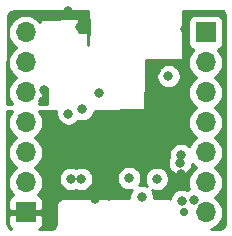
<source format=gbr>
%TF.GenerationSoftware,KiCad,Pcbnew,(5.1.2)-2*%
%TF.CreationDate,2021-03-02T00:01:01+01:00*%
%TF.ProjectId,NRF52_Basic,4e524635-325f-4426-9173-69632e6b6963,V1*%
%TF.SameCoordinates,Original*%
%TF.FileFunction,Copper,L2,Inr*%
%TF.FilePolarity,Positive*%
%FSLAX46Y46*%
G04 Gerber Fmt 4.6, Leading zero omitted, Abs format (unit mm)*
G04 Created by KiCad (PCBNEW (5.1.2)-2) date 2021-03-02 00:01:01*
%MOMM*%
%LPD*%
G04 APERTURE LIST*
%TA.AperFunction,ViaPad*%
%ADD10O,1.700000X1.700000*%
%TD*%
%TA.AperFunction,ViaPad*%
%ADD11R,1.700000X1.700000*%
%TD*%
%TA.AperFunction,ViaPad*%
%ADD12C,0.700000*%
%TD*%
%TA.AperFunction,ViaPad*%
%ADD13C,0.800000*%
%TD*%
%TA.AperFunction,Conductor*%
%ADD14C,0.254000*%
%TD*%
G04 APERTURE END LIST*
D10*
%TO.N,VDD*%
%TO.C,J1*%
X152379680Y-90525600D03*
%TO.N,0.07_CTS*%
X152379680Y-87985600D03*
%TO.N,0.08_RX*%
X152379680Y-85445600D03*
%TO.N,SWO*%
X152379680Y-82905600D03*
%TO.N,RESET_0.21*%
X152379680Y-80365600D03*
%TO.N,SWDCLK*%
X152379680Y-77825600D03*
D11*
%TO.N,SWDIO*%
X152379680Y-75285600D03*
%TD*%
D10*
%TO.N,0.27*%
%TO.C,J2*%
X137139680Y-75285600D03*
%TO.N,0.28*%
X137139680Y-77825600D03*
%TO.N,0.29*%
X137139680Y-80365600D03*
%TO.N,0.30*%
X137139680Y-82905600D03*
%TO.N,0.05_RTS*%
X137139680Y-85445600D03*
%TO.N,0.06_TX*%
X137139680Y-87985600D03*
D11*
%TO.N,VSS*%
X137139680Y-90525600D03*
%TD*%
D12*
%TO.N,VSS*%
X146370040Y-83418680D03*
X139496800Y-90545920D03*
D13*
X143037560Y-89372440D03*
X144221200Y-89164160D03*
X140665200Y-86431120D03*
X150266400Y-87320120D03*
X150632160Y-74996040D03*
X140660120Y-83860640D03*
X138653520Y-81097120D03*
X138658600Y-80152240D03*
X140761720Y-73446640D03*
X141752320Y-74863960D03*
X148209000Y-78602840D03*
%TO.N,SWDIO*%
X149235160Y-78999080D03*
D12*
%TO.N,VDD*%
X150555960Y-90505280D03*
D13*
X151384000Y-89468960D03*
X150388320Y-89555320D03*
X140985240Y-87696040D03*
X141823440Y-87701120D03*
X150210520Y-86349840D03*
X150301960Y-85689440D03*
X143393160Y-80421480D03*
%TO.N,0.28*%
X140756640Y-82163920D03*
%TO.N,0.27*%
X141955520Y-81782920D03*
%TO.N,0.08_RX*%
X148244560Y-87701120D03*
%TO.N,0.06_TX*%
X146969480Y-89230200D03*
%TO.N,0.05_RTS*%
X145902680Y-87630000D03*
%TD*%
D14*
%TO.N,VSS*%
G36*
X153671928Y-73452660D02*
G01*
X153761815Y-73478936D01*
X153844887Y-73522172D01*
X153917975Y-73580716D01*
X153978302Y-73652345D01*
X154023568Y-73734329D01*
X154052047Y-73823538D01*
X154065825Y-73944376D01*
X154020193Y-91404781D01*
X154008660Y-91534128D01*
X153982383Y-91624016D01*
X153939149Y-91707086D01*
X153880602Y-91780176D01*
X153808975Y-91840502D01*
X153726990Y-91885769D01*
X153637782Y-91914247D01*
X153516179Y-91928112D01*
X152868530Y-91929129D01*
X152950714Y-91904199D01*
X153208694Y-91766306D01*
X153434814Y-91580734D01*
X153620386Y-91354614D01*
X153758279Y-91096634D01*
X153843193Y-90816711D01*
X153871865Y-90525600D01*
X153843193Y-90234489D01*
X153758279Y-89954566D01*
X153620386Y-89696586D01*
X153434814Y-89470466D01*
X153208694Y-89284894D01*
X153153889Y-89255600D01*
X153208694Y-89226306D01*
X153434814Y-89040734D01*
X153620386Y-88814614D01*
X153758279Y-88556634D01*
X153843193Y-88276711D01*
X153871865Y-87985600D01*
X153843193Y-87694489D01*
X153758279Y-87414566D01*
X153620386Y-87156586D01*
X153434814Y-86930466D01*
X153208694Y-86744894D01*
X153153889Y-86715600D01*
X153208694Y-86686306D01*
X153434814Y-86500734D01*
X153620386Y-86274614D01*
X153758279Y-86016634D01*
X153843193Y-85736711D01*
X153871865Y-85445600D01*
X153843193Y-85154489D01*
X153758279Y-84874566D01*
X153620386Y-84616586D01*
X153434814Y-84390466D01*
X153208694Y-84204894D01*
X153153889Y-84175600D01*
X153208694Y-84146306D01*
X153434814Y-83960734D01*
X153620386Y-83734614D01*
X153758279Y-83476634D01*
X153843193Y-83196711D01*
X153871865Y-82905600D01*
X153843193Y-82614489D01*
X153758279Y-82334566D01*
X153620386Y-82076586D01*
X153434814Y-81850466D01*
X153208694Y-81664894D01*
X153153889Y-81635600D01*
X153208694Y-81606306D01*
X153434814Y-81420734D01*
X153620386Y-81194614D01*
X153758279Y-80936634D01*
X153843193Y-80656711D01*
X153871865Y-80365600D01*
X153843193Y-80074489D01*
X153758279Y-79794566D01*
X153620386Y-79536586D01*
X153434814Y-79310466D01*
X153208694Y-79124894D01*
X153153889Y-79095600D01*
X153208694Y-79066306D01*
X153434814Y-78880734D01*
X153620386Y-78654614D01*
X153758279Y-78396634D01*
X153843193Y-78116711D01*
X153871865Y-77825600D01*
X153843193Y-77534489D01*
X153758279Y-77254566D01*
X153620386Y-76996586D01*
X153434814Y-76770466D01*
X153404993Y-76745993D01*
X153473860Y-76725102D01*
X153584174Y-76666137D01*
X153680865Y-76586785D01*
X153760217Y-76490094D01*
X153819182Y-76379780D01*
X153855492Y-76260082D01*
X153867752Y-76135600D01*
X153867752Y-74435600D01*
X153855492Y-74311118D01*
X153819182Y-74191420D01*
X153760217Y-74081106D01*
X153680865Y-73984415D01*
X153584174Y-73905063D01*
X153473860Y-73846098D01*
X153354162Y-73809788D01*
X153229680Y-73797528D01*
X151529680Y-73797528D01*
X151405198Y-73809788D01*
X151285500Y-73846098D01*
X151175186Y-73905063D01*
X151078495Y-73984415D01*
X150999143Y-74081106D01*
X150940178Y-74191420D01*
X150903868Y-74311118D01*
X150891608Y-74435600D01*
X150891608Y-76135600D01*
X150903868Y-76260082D01*
X150940178Y-76379780D01*
X150999143Y-76490094D01*
X151078495Y-76586785D01*
X151175186Y-76666137D01*
X151285500Y-76725102D01*
X151354367Y-76745993D01*
X151324546Y-76770466D01*
X151138974Y-76996586D01*
X151001081Y-77254566D01*
X150916167Y-77534489D01*
X150887495Y-77825600D01*
X150916167Y-78116711D01*
X151001081Y-78396634D01*
X151138974Y-78654614D01*
X151324546Y-78880734D01*
X151550666Y-79066306D01*
X151605471Y-79095600D01*
X151550666Y-79124894D01*
X151324546Y-79310466D01*
X151138974Y-79536586D01*
X151001081Y-79794566D01*
X150916167Y-80074489D01*
X150887495Y-80365600D01*
X150916167Y-80656711D01*
X151001081Y-80936634D01*
X151138974Y-81194614D01*
X151324546Y-81420734D01*
X151550666Y-81606306D01*
X151605471Y-81635600D01*
X151550666Y-81664894D01*
X151324546Y-81850466D01*
X151138974Y-82076586D01*
X151001081Y-82334566D01*
X150916167Y-82614489D01*
X150887495Y-82905600D01*
X150916167Y-83196711D01*
X151001081Y-83476634D01*
X151138974Y-83734614D01*
X151324546Y-83960734D01*
X151550666Y-84146306D01*
X151605471Y-84175600D01*
X151550666Y-84204894D01*
X151324546Y-84390466D01*
X151138974Y-84616586D01*
X151001081Y-84874566D01*
X150989378Y-84913147D01*
X150961734Y-84885503D01*
X150792216Y-84772235D01*
X150603858Y-84694214D01*
X150403899Y-84654440D01*
X150200021Y-84654440D01*
X150000062Y-84694214D01*
X149811704Y-84772235D01*
X149642186Y-84885503D01*
X149498023Y-85029666D01*
X149384755Y-85199184D01*
X149306734Y-85387542D01*
X149266960Y-85587501D01*
X149266960Y-85791379D01*
X149284675Y-85880441D01*
X149215294Y-86047942D01*
X149175520Y-86247901D01*
X149175520Y-86451779D01*
X149215294Y-86651738D01*
X149293315Y-86840096D01*
X149406583Y-87009614D01*
X149550746Y-87153777D01*
X149720264Y-87267045D01*
X149908622Y-87345066D01*
X150108581Y-87384840D01*
X150312459Y-87384840D01*
X150512418Y-87345066D01*
X150700776Y-87267045D01*
X150870294Y-87153777D01*
X151014457Y-87009614D01*
X151127725Y-86840096D01*
X151205746Y-86651738D01*
X151245520Y-86451779D01*
X151245520Y-86404441D01*
X151324546Y-86500734D01*
X151550666Y-86686306D01*
X151605471Y-86715600D01*
X151550666Y-86744894D01*
X151324546Y-86930466D01*
X151138974Y-87156586D01*
X151001081Y-87414566D01*
X150916167Y-87694489D01*
X150887495Y-87985600D01*
X150916167Y-88276711D01*
X150987785Y-88512802D01*
X150893744Y-88551755D01*
X150808153Y-88608945D01*
X150690218Y-88560094D01*
X150490259Y-88520320D01*
X150286381Y-88520320D01*
X150086422Y-88560094D01*
X149898064Y-88638115D01*
X149728546Y-88751383D01*
X149584383Y-88895546D01*
X149471115Y-89065064D01*
X149393094Y-89253422D01*
X149371687Y-89361044D01*
X149332912Y-89349724D01*
X149274990Y-89331969D01*
X149270556Y-89331519D01*
X149266277Y-89330270D01*
X149205934Y-89324965D01*
X149178054Y-89322137D01*
X149173623Y-89322124D01*
X149136769Y-89318884D01*
X149108790Y-89321936D01*
X148004480Y-89318731D01*
X148004480Y-89128261D01*
X147964706Y-88928302D01*
X147886685Y-88739944D01*
X147824984Y-88647602D01*
X147942662Y-88696346D01*
X148142621Y-88736120D01*
X148346499Y-88736120D01*
X148546458Y-88696346D01*
X148734816Y-88618325D01*
X148904334Y-88505057D01*
X149048497Y-88360894D01*
X149161765Y-88191376D01*
X149239786Y-88003018D01*
X149279560Y-87803059D01*
X149279560Y-87599181D01*
X149239786Y-87399222D01*
X149161765Y-87210864D01*
X149048497Y-87041346D01*
X148904334Y-86897183D01*
X148734816Y-86783915D01*
X148546458Y-86705894D01*
X148346499Y-86666120D01*
X148142621Y-86666120D01*
X147942662Y-86705894D01*
X147754304Y-86783915D01*
X147584786Y-86897183D01*
X147440623Y-87041346D01*
X147327355Y-87210864D01*
X147249334Y-87399222D01*
X147209560Y-87599181D01*
X147209560Y-87803059D01*
X147249334Y-88003018D01*
X147327355Y-88191376D01*
X147389056Y-88283718D01*
X147271378Y-88234974D01*
X147071419Y-88195200D01*
X146867541Y-88195200D01*
X146754829Y-88217620D01*
X146819885Y-88120256D01*
X146897906Y-87931898D01*
X146937680Y-87731939D01*
X146937680Y-87528061D01*
X146897906Y-87328102D01*
X146819885Y-87139744D01*
X146706617Y-86970226D01*
X146562454Y-86826063D01*
X146392936Y-86712795D01*
X146204578Y-86634774D01*
X146004619Y-86595000D01*
X145800741Y-86595000D01*
X145600782Y-86634774D01*
X145412424Y-86712795D01*
X145242906Y-86826063D01*
X145098743Y-86970226D01*
X144985475Y-87139744D01*
X144907454Y-87328102D01*
X144867680Y-87528061D01*
X144867680Y-87731939D01*
X144907454Y-87931898D01*
X144985475Y-88120256D01*
X145098743Y-88289774D01*
X145242906Y-88433937D01*
X145412424Y-88547205D01*
X145600782Y-88625226D01*
X145800741Y-88665000D01*
X146004619Y-88665000D01*
X146117331Y-88642580D01*
X146052275Y-88739944D01*
X145974254Y-88928302D01*
X145934480Y-89128261D01*
X145934480Y-89312724D01*
X140420831Y-89296724D01*
X140384017Y-89293483D01*
X140323731Y-89300051D01*
X140263386Y-89305818D01*
X140259163Y-89307086D01*
X140254773Y-89307564D01*
X140196898Y-89325777D01*
X140138867Y-89343197D01*
X140134971Y-89345265D01*
X140130760Y-89346590D01*
X140077555Y-89375740D01*
X140024032Y-89404149D01*
X140020615Y-89406936D01*
X140016743Y-89409058D01*
X139970251Y-89448026D01*
X139923295Y-89486334D01*
X139920487Y-89489736D01*
X139917104Y-89492571D01*
X139879124Y-89539839D01*
X139840527Y-89586592D01*
X139838436Y-89590477D01*
X139835672Y-89593917D01*
X139807637Y-89647698D01*
X139778910Y-89701071D01*
X139777618Y-89705287D01*
X139775577Y-89709202D01*
X139758567Y-89767438D01*
X139740809Y-89825371D01*
X139740364Y-89829757D01*
X139739126Y-89833996D01*
X139733806Y-89894418D01*
X139727690Y-89954716D01*
X139731206Y-89991504D01*
X139745772Y-91398895D01*
X139734620Y-91523968D01*
X139708343Y-91613856D01*
X139665109Y-91696926D01*
X139606562Y-91770016D01*
X139534935Y-91830342D01*
X139452950Y-91875609D01*
X139363742Y-91904087D01*
X139241853Y-91917985D01*
X138316512Y-91920923D01*
X138344174Y-91906137D01*
X138440865Y-91826785D01*
X138520217Y-91730094D01*
X138579182Y-91619780D01*
X138615492Y-91500082D01*
X138627752Y-91375600D01*
X138624680Y-90811350D01*
X138465930Y-90652600D01*
X137266680Y-90652600D01*
X137266680Y-90672600D01*
X137012680Y-90672600D01*
X137012680Y-90652600D01*
X135813430Y-90652600D01*
X135654680Y-90811350D01*
X135651608Y-91375600D01*
X135663868Y-91500082D01*
X135700178Y-91619780D01*
X135759143Y-91730094D01*
X135838495Y-91826785D01*
X135935186Y-91906137D01*
X135943272Y-91910459D01*
X135874474Y-91890347D01*
X135791404Y-91847113D01*
X135718314Y-91788566D01*
X135657988Y-91716939D01*
X135612721Y-91634954D01*
X135584243Y-91545746D01*
X135570471Y-91424958D01*
X135598010Y-81967552D01*
X135990488Y-81965076D01*
X135898974Y-82076586D01*
X135761081Y-82334566D01*
X135676167Y-82614489D01*
X135647495Y-82905600D01*
X135676167Y-83196711D01*
X135761081Y-83476634D01*
X135898974Y-83734614D01*
X136084546Y-83960734D01*
X136310666Y-84146306D01*
X136365471Y-84175600D01*
X136310666Y-84204894D01*
X136084546Y-84390466D01*
X135898974Y-84616586D01*
X135761081Y-84874566D01*
X135676167Y-85154489D01*
X135647495Y-85445600D01*
X135676167Y-85736711D01*
X135761081Y-86016634D01*
X135898974Y-86274614D01*
X136084546Y-86500734D01*
X136310666Y-86686306D01*
X136365471Y-86715600D01*
X136310666Y-86744894D01*
X136084546Y-86930466D01*
X135898974Y-87156586D01*
X135761081Y-87414566D01*
X135676167Y-87694489D01*
X135647495Y-87985600D01*
X135676167Y-88276711D01*
X135761081Y-88556634D01*
X135898974Y-88814614D01*
X136084546Y-89040734D01*
X136114367Y-89065207D01*
X136045500Y-89086098D01*
X135935186Y-89145063D01*
X135838495Y-89224415D01*
X135759143Y-89321106D01*
X135700178Y-89431420D01*
X135663868Y-89551118D01*
X135651608Y-89675600D01*
X135654680Y-90239850D01*
X135813430Y-90398600D01*
X137012680Y-90398600D01*
X137012680Y-90378600D01*
X137266680Y-90378600D01*
X137266680Y-90398600D01*
X138465930Y-90398600D01*
X138624680Y-90239850D01*
X138627752Y-89675600D01*
X138615492Y-89551118D01*
X138579182Y-89431420D01*
X138520217Y-89321106D01*
X138440865Y-89224415D01*
X138344174Y-89145063D01*
X138233860Y-89086098D01*
X138164993Y-89065207D01*
X138194814Y-89040734D01*
X138380386Y-88814614D01*
X138518279Y-88556634D01*
X138603193Y-88276711D01*
X138631865Y-87985600D01*
X138603193Y-87694489D01*
X138572741Y-87594101D01*
X139950240Y-87594101D01*
X139950240Y-87797979D01*
X139990014Y-87997938D01*
X140068035Y-88186296D01*
X140181303Y-88355814D01*
X140325466Y-88499977D01*
X140494984Y-88613245D01*
X140683342Y-88691266D01*
X140883301Y-88731040D01*
X141087179Y-88731040D01*
X141287138Y-88691266D01*
X141398208Y-88645259D01*
X141521542Y-88696346D01*
X141721501Y-88736120D01*
X141925379Y-88736120D01*
X142125338Y-88696346D01*
X142313696Y-88618325D01*
X142483214Y-88505057D01*
X142627377Y-88360894D01*
X142740645Y-88191376D01*
X142818666Y-88003018D01*
X142858440Y-87803059D01*
X142858440Y-87599181D01*
X142818666Y-87399222D01*
X142740645Y-87210864D01*
X142627377Y-87041346D01*
X142483214Y-86897183D01*
X142313696Y-86783915D01*
X142125338Y-86705894D01*
X141925379Y-86666120D01*
X141721501Y-86666120D01*
X141521542Y-86705894D01*
X141410472Y-86751901D01*
X141287138Y-86700814D01*
X141087179Y-86661040D01*
X140883301Y-86661040D01*
X140683342Y-86700814D01*
X140494984Y-86778835D01*
X140325466Y-86892103D01*
X140181303Y-87036266D01*
X140068035Y-87205784D01*
X139990014Y-87394142D01*
X139950240Y-87594101D01*
X138572741Y-87594101D01*
X138518279Y-87414566D01*
X138380386Y-87156586D01*
X138194814Y-86930466D01*
X137968694Y-86744894D01*
X137913889Y-86715600D01*
X137968694Y-86686306D01*
X138194814Y-86500734D01*
X138380386Y-86274614D01*
X138518279Y-86016634D01*
X138603193Y-85736711D01*
X138631865Y-85445600D01*
X138603193Y-85154489D01*
X138518279Y-84874566D01*
X138380386Y-84616586D01*
X138194814Y-84390466D01*
X137968694Y-84204894D01*
X137913889Y-84175600D01*
X137968694Y-84146306D01*
X138194814Y-83960734D01*
X138380386Y-83734614D01*
X138518279Y-83476634D01*
X138603193Y-83196711D01*
X138631865Y-82905600D01*
X138603193Y-82614489D01*
X138518279Y-82334566D01*
X138380386Y-82076586D01*
X138277038Y-81950656D01*
X139745626Y-81941394D01*
X139721640Y-82061981D01*
X139721640Y-82265859D01*
X139761414Y-82465818D01*
X139839435Y-82654176D01*
X139952703Y-82823694D01*
X140096866Y-82967857D01*
X140266384Y-83081125D01*
X140454742Y-83159146D01*
X140654701Y-83198920D01*
X140858579Y-83198920D01*
X141058538Y-83159146D01*
X141246896Y-83081125D01*
X141416414Y-82967857D01*
X141560577Y-82823694D01*
X141604583Y-82757833D01*
X141653622Y-82778146D01*
X141853581Y-82817920D01*
X142057459Y-82817920D01*
X142257418Y-82778146D01*
X142445776Y-82700125D01*
X142615294Y-82586857D01*
X142759457Y-82442694D01*
X142872725Y-82273176D01*
X142950746Y-82084818D01*
X142983336Y-81920975D01*
X147153161Y-81894677D01*
X147177922Y-81892081D01*
X147201700Y-81884704D01*
X147223582Y-81872830D01*
X147242727Y-81856914D01*
X147258400Y-81837570D01*
X147269997Y-81815540D01*
X147277074Y-81791670D01*
X147279334Y-81770238D01*
X147337204Y-78897141D01*
X148200160Y-78897141D01*
X148200160Y-79101019D01*
X148239934Y-79300978D01*
X148317955Y-79489336D01*
X148431223Y-79658854D01*
X148575386Y-79803017D01*
X148744904Y-79916285D01*
X148933262Y-79994306D01*
X149133221Y-80034080D01*
X149337099Y-80034080D01*
X149537058Y-79994306D01*
X149725416Y-79916285D01*
X149894934Y-79803017D01*
X150039097Y-79658854D01*
X150152365Y-79489336D01*
X150230386Y-79300978D01*
X150270160Y-79101019D01*
X150270160Y-78897141D01*
X150230386Y-78697182D01*
X150152365Y-78508824D01*
X150039097Y-78339306D01*
X149894934Y-78195143D01*
X149725416Y-78081875D01*
X149537058Y-78003854D01*
X149337099Y-77964080D01*
X149133221Y-77964080D01*
X148933262Y-78003854D01*
X148744904Y-78081875D01*
X148575386Y-78195143D01*
X148431223Y-78339306D01*
X148317955Y-78508824D01*
X148239934Y-78697182D01*
X148200160Y-78897141D01*
X147337204Y-78897141D01*
X147363169Y-77608093D01*
X150298471Y-77630016D01*
X150323265Y-77627761D01*
X150347143Y-77620712D01*
X150369187Y-77609141D01*
X150388549Y-77593491D01*
X150404487Y-77574364D01*
X150416386Y-77552496D01*
X150423791Y-77528726D01*
X150426412Y-77504465D01*
X150472469Y-73455628D01*
X153544977Y-73441340D01*
X153671928Y-73452660D01*
X153671928Y-73452660D01*
G37*
X153671928Y-73452660D02*
X153761815Y-73478936D01*
X153844887Y-73522172D01*
X153917975Y-73580716D01*
X153978302Y-73652345D01*
X154023568Y-73734329D01*
X154052047Y-73823538D01*
X154065825Y-73944376D01*
X154020193Y-91404781D01*
X154008660Y-91534128D01*
X153982383Y-91624016D01*
X153939149Y-91707086D01*
X153880602Y-91780176D01*
X153808975Y-91840502D01*
X153726990Y-91885769D01*
X153637782Y-91914247D01*
X153516179Y-91928112D01*
X152868530Y-91929129D01*
X152950714Y-91904199D01*
X153208694Y-91766306D01*
X153434814Y-91580734D01*
X153620386Y-91354614D01*
X153758279Y-91096634D01*
X153843193Y-90816711D01*
X153871865Y-90525600D01*
X153843193Y-90234489D01*
X153758279Y-89954566D01*
X153620386Y-89696586D01*
X153434814Y-89470466D01*
X153208694Y-89284894D01*
X153153889Y-89255600D01*
X153208694Y-89226306D01*
X153434814Y-89040734D01*
X153620386Y-88814614D01*
X153758279Y-88556634D01*
X153843193Y-88276711D01*
X153871865Y-87985600D01*
X153843193Y-87694489D01*
X153758279Y-87414566D01*
X153620386Y-87156586D01*
X153434814Y-86930466D01*
X153208694Y-86744894D01*
X153153889Y-86715600D01*
X153208694Y-86686306D01*
X153434814Y-86500734D01*
X153620386Y-86274614D01*
X153758279Y-86016634D01*
X153843193Y-85736711D01*
X153871865Y-85445600D01*
X153843193Y-85154489D01*
X153758279Y-84874566D01*
X153620386Y-84616586D01*
X153434814Y-84390466D01*
X153208694Y-84204894D01*
X153153889Y-84175600D01*
X153208694Y-84146306D01*
X153434814Y-83960734D01*
X153620386Y-83734614D01*
X153758279Y-83476634D01*
X153843193Y-83196711D01*
X153871865Y-82905600D01*
X153843193Y-82614489D01*
X153758279Y-82334566D01*
X153620386Y-82076586D01*
X153434814Y-81850466D01*
X153208694Y-81664894D01*
X153153889Y-81635600D01*
X153208694Y-81606306D01*
X153434814Y-81420734D01*
X153620386Y-81194614D01*
X153758279Y-80936634D01*
X153843193Y-80656711D01*
X153871865Y-80365600D01*
X153843193Y-80074489D01*
X153758279Y-79794566D01*
X153620386Y-79536586D01*
X153434814Y-79310466D01*
X153208694Y-79124894D01*
X153153889Y-79095600D01*
X153208694Y-79066306D01*
X153434814Y-78880734D01*
X153620386Y-78654614D01*
X153758279Y-78396634D01*
X153843193Y-78116711D01*
X153871865Y-77825600D01*
X153843193Y-77534489D01*
X153758279Y-77254566D01*
X153620386Y-76996586D01*
X153434814Y-76770466D01*
X153404993Y-76745993D01*
X153473860Y-76725102D01*
X153584174Y-76666137D01*
X153680865Y-76586785D01*
X153760217Y-76490094D01*
X153819182Y-76379780D01*
X153855492Y-76260082D01*
X153867752Y-76135600D01*
X153867752Y-74435600D01*
X153855492Y-74311118D01*
X153819182Y-74191420D01*
X153760217Y-74081106D01*
X153680865Y-73984415D01*
X153584174Y-73905063D01*
X153473860Y-73846098D01*
X153354162Y-73809788D01*
X153229680Y-73797528D01*
X151529680Y-73797528D01*
X151405198Y-73809788D01*
X151285500Y-73846098D01*
X151175186Y-73905063D01*
X151078495Y-73984415D01*
X150999143Y-74081106D01*
X150940178Y-74191420D01*
X150903868Y-74311118D01*
X150891608Y-74435600D01*
X150891608Y-76135600D01*
X150903868Y-76260082D01*
X150940178Y-76379780D01*
X150999143Y-76490094D01*
X151078495Y-76586785D01*
X151175186Y-76666137D01*
X151285500Y-76725102D01*
X151354367Y-76745993D01*
X151324546Y-76770466D01*
X151138974Y-76996586D01*
X151001081Y-77254566D01*
X150916167Y-77534489D01*
X150887495Y-77825600D01*
X150916167Y-78116711D01*
X151001081Y-78396634D01*
X151138974Y-78654614D01*
X151324546Y-78880734D01*
X151550666Y-79066306D01*
X151605471Y-79095600D01*
X151550666Y-79124894D01*
X151324546Y-79310466D01*
X151138974Y-79536586D01*
X151001081Y-79794566D01*
X150916167Y-80074489D01*
X150887495Y-80365600D01*
X150916167Y-80656711D01*
X151001081Y-80936634D01*
X151138974Y-81194614D01*
X151324546Y-81420734D01*
X151550666Y-81606306D01*
X151605471Y-81635600D01*
X151550666Y-81664894D01*
X151324546Y-81850466D01*
X151138974Y-82076586D01*
X151001081Y-82334566D01*
X150916167Y-82614489D01*
X150887495Y-82905600D01*
X150916167Y-83196711D01*
X151001081Y-83476634D01*
X151138974Y-83734614D01*
X151324546Y-83960734D01*
X151550666Y-84146306D01*
X151605471Y-84175600D01*
X151550666Y-84204894D01*
X151324546Y-84390466D01*
X151138974Y-84616586D01*
X151001081Y-84874566D01*
X150989378Y-84913147D01*
X150961734Y-84885503D01*
X150792216Y-84772235D01*
X150603858Y-84694214D01*
X150403899Y-84654440D01*
X150200021Y-84654440D01*
X150000062Y-84694214D01*
X149811704Y-84772235D01*
X149642186Y-84885503D01*
X149498023Y-85029666D01*
X149384755Y-85199184D01*
X149306734Y-85387542D01*
X149266960Y-85587501D01*
X149266960Y-85791379D01*
X149284675Y-85880441D01*
X149215294Y-86047942D01*
X149175520Y-86247901D01*
X149175520Y-86451779D01*
X149215294Y-86651738D01*
X149293315Y-86840096D01*
X149406583Y-87009614D01*
X149550746Y-87153777D01*
X149720264Y-87267045D01*
X149908622Y-87345066D01*
X150108581Y-87384840D01*
X150312459Y-87384840D01*
X150512418Y-87345066D01*
X150700776Y-87267045D01*
X150870294Y-87153777D01*
X151014457Y-87009614D01*
X151127725Y-86840096D01*
X151205746Y-86651738D01*
X151245520Y-86451779D01*
X151245520Y-86404441D01*
X151324546Y-86500734D01*
X151550666Y-86686306D01*
X151605471Y-86715600D01*
X151550666Y-86744894D01*
X151324546Y-86930466D01*
X151138974Y-87156586D01*
X151001081Y-87414566D01*
X150916167Y-87694489D01*
X150887495Y-87985600D01*
X150916167Y-88276711D01*
X150987785Y-88512802D01*
X150893744Y-88551755D01*
X150808153Y-88608945D01*
X150690218Y-88560094D01*
X150490259Y-88520320D01*
X150286381Y-88520320D01*
X150086422Y-88560094D01*
X149898064Y-88638115D01*
X149728546Y-88751383D01*
X149584383Y-88895546D01*
X149471115Y-89065064D01*
X149393094Y-89253422D01*
X149371687Y-89361044D01*
X149332912Y-89349724D01*
X149274990Y-89331969D01*
X149270556Y-89331519D01*
X149266277Y-89330270D01*
X149205934Y-89324965D01*
X149178054Y-89322137D01*
X149173623Y-89322124D01*
X149136769Y-89318884D01*
X149108790Y-89321936D01*
X148004480Y-89318731D01*
X148004480Y-89128261D01*
X147964706Y-88928302D01*
X147886685Y-88739944D01*
X147824984Y-88647602D01*
X147942662Y-88696346D01*
X148142621Y-88736120D01*
X148346499Y-88736120D01*
X148546458Y-88696346D01*
X148734816Y-88618325D01*
X148904334Y-88505057D01*
X149048497Y-88360894D01*
X149161765Y-88191376D01*
X149239786Y-88003018D01*
X149279560Y-87803059D01*
X149279560Y-87599181D01*
X149239786Y-87399222D01*
X149161765Y-87210864D01*
X149048497Y-87041346D01*
X148904334Y-86897183D01*
X148734816Y-86783915D01*
X148546458Y-86705894D01*
X148346499Y-86666120D01*
X148142621Y-86666120D01*
X147942662Y-86705894D01*
X147754304Y-86783915D01*
X147584786Y-86897183D01*
X147440623Y-87041346D01*
X147327355Y-87210864D01*
X147249334Y-87399222D01*
X147209560Y-87599181D01*
X147209560Y-87803059D01*
X147249334Y-88003018D01*
X147327355Y-88191376D01*
X147389056Y-88283718D01*
X147271378Y-88234974D01*
X147071419Y-88195200D01*
X146867541Y-88195200D01*
X146754829Y-88217620D01*
X146819885Y-88120256D01*
X146897906Y-87931898D01*
X146937680Y-87731939D01*
X146937680Y-87528061D01*
X146897906Y-87328102D01*
X146819885Y-87139744D01*
X146706617Y-86970226D01*
X146562454Y-86826063D01*
X146392936Y-86712795D01*
X146204578Y-86634774D01*
X146004619Y-86595000D01*
X145800741Y-86595000D01*
X145600782Y-86634774D01*
X145412424Y-86712795D01*
X145242906Y-86826063D01*
X145098743Y-86970226D01*
X144985475Y-87139744D01*
X144907454Y-87328102D01*
X144867680Y-87528061D01*
X144867680Y-87731939D01*
X144907454Y-87931898D01*
X144985475Y-88120256D01*
X145098743Y-88289774D01*
X145242906Y-88433937D01*
X145412424Y-88547205D01*
X145600782Y-88625226D01*
X145800741Y-88665000D01*
X146004619Y-88665000D01*
X146117331Y-88642580D01*
X146052275Y-88739944D01*
X145974254Y-88928302D01*
X145934480Y-89128261D01*
X145934480Y-89312724D01*
X140420831Y-89296724D01*
X140384017Y-89293483D01*
X140323731Y-89300051D01*
X140263386Y-89305818D01*
X140259163Y-89307086D01*
X140254773Y-89307564D01*
X140196898Y-89325777D01*
X140138867Y-89343197D01*
X140134971Y-89345265D01*
X140130760Y-89346590D01*
X140077555Y-89375740D01*
X140024032Y-89404149D01*
X140020615Y-89406936D01*
X140016743Y-89409058D01*
X139970251Y-89448026D01*
X139923295Y-89486334D01*
X139920487Y-89489736D01*
X139917104Y-89492571D01*
X139879124Y-89539839D01*
X139840527Y-89586592D01*
X139838436Y-89590477D01*
X139835672Y-89593917D01*
X139807637Y-89647698D01*
X139778910Y-89701071D01*
X139777618Y-89705287D01*
X139775577Y-89709202D01*
X139758567Y-89767438D01*
X139740809Y-89825371D01*
X139740364Y-89829757D01*
X139739126Y-89833996D01*
X139733806Y-89894418D01*
X139727690Y-89954716D01*
X139731206Y-89991504D01*
X139745772Y-91398895D01*
X139734620Y-91523968D01*
X139708343Y-91613856D01*
X139665109Y-91696926D01*
X139606562Y-91770016D01*
X139534935Y-91830342D01*
X139452950Y-91875609D01*
X139363742Y-91904087D01*
X139241853Y-91917985D01*
X138316512Y-91920923D01*
X138344174Y-91906137D01*
X138440865Y-91826785D01*
X138520217Y-91730094D01*
X138579182Y-91619780D01*
X138615492Y-91500082D01*
X138627752Y-91375600D01*
X138624680Y-90811350D01*
X138465930Y-90652600D01*
X137266680Y-90652600D01*
X137266680Y-90672600D01*
X137012680Y-90672600D01*
X137012680Y-90652600D01*
X135813430Y-90652600D01*
X135654680Y-90811350D01*
X135651608Y-91375600D01*
X135663868Y-91500082D01*
X135700178Y-91619780D01*
X135759143Y-91730094D01*
X135838495Y-91826785D01*
X135935186Y-91906137D01*
X135943272Y-91910459D01*
X135874474Y-91890347D01*
X135791404Y-91847113D01*
X135718314Y-91788566D01*
X135657988Y-91716939D01*
X135612721Y-91634954D01*
X135584243Y-91545746D01*
X135570471Y-91424958D01*
X135598010Y-81967552D01*
X135990488Y-81965076D01*
X135898974Y-82076586D01*
X135761081Y-82334566D01*
X135676167Y-82614489D01*
X135647495Y-82905600D01*
X135676167Y-83196711D01*
X135761081Y-83476634D01*
X135898974Y-83734614D01*
X136084546Y-83960734D01*
X136310666Y-84146306D01*
X136365471Y-84175600D01*
X136310666Y-84204894D01*
X136084546Y-84390466D01*
X135898974Y-84616586D01*
X135761081Y-84874566D01*
X135676167Y-85154489D01*
X135647495Y-85445600D01*
X135676167Y-85736711D01*
X135761081Y-86016634D01*
X135898974Y-86274614D01*
X136084546Y-86500734D01*
X136310666Y-86686306D01*
X136365471Y-86715600D01*
X136310666Y-86744894D01*
X136084546Y-86930466D01*
X135898974Y-87156586D01*
X135761081Y-87414566D01*
X135676167Y-87694489D01*
X135647495Y-87985600D01*
X135676167Y-88276711D01*
X135761081Y-88556634D01*
X135898974Y-88814614D01*
X136084546Y-89040734D01*
X136114367Y-89065207D01*
X136045500Y-89086098D01*
X135935186Y-89145063D01*
X135838495Y-89224415D01*
X135759143Y-89321106D01*
X135700178Y-89431420D01*
X135663868Y-89551118D01*
X135651608Y-89675600D01*
X135654680Y-90239850D01*
X135813430Y-90398600D01*
X137012680Y-90398600D01*
X137012680Y-90378600D01*
X137266680Y-90378600D01*
X137266680Y-90398600D01*
X138465930Y-90398600D01*
X138624680Y-90239850D01*
X138627752Y-89675600D01*
X138615492Y-89551118D01*
X138579182Y-89431420D01*
X138520217Y-89321106D01*
X138440865Y-89224415D01*
X138344174Y-89145063D01*
X138233860Y-89086098D01*
X138164993Y-89065207D01*
X138194814Y-89040734D01*
X138380386Y-88814614D01*
X138518279Y-88556634D01*
X138603193Y-88276711D01*
X138631865Y-87985600D01*
X138603193Y-87694489D01*
X138572741Y-87594101D01*
X139950240Y-87594101D01*
X139950240Y-87797979D01*
X139990014Y-87997938D01*
X140068035Y-88186296D01*
X140181303Y-88355814D01*
X140325466Y-88499977D01*
X140494984Y-88613245D01*
X140683342Y-88691266D01*
X140883301Y-88731040D01*
X141087179Y-88731040D01*
X141287138Y-88691266D01*
X141398208Y-88645259D01*
X141521542Y-88696346D01*
X141721501Y-88736120D01*
X141925379Y-88736120D01*
X142125338Y-88696346D01*
X142313696Y-88618325D01*
X142483214Y-88505057D01*
X142627377Y-88360894D01*
X142740645Y-88191376D01*
X142818666Y-88003018D01*
X142858440Y-87803059D01*
X142858440Y-87599181D01*
X142818666Y-87399222D01*
X142740645Y-87210864D01*
X142627377Y-87041346D01*
X142483214Y-86897183D01*
X142313696Y-86783915D01*
X142125338Y-86705894D01*
X141925379Y-86666120D01*
X141721501Y-86666120D01*
X141521542Y-86705894D01*
X141410472Y-86751901D01*
X141287138Y-86700814D01*
X141087179Y-86661040D01*
X140883301Y-86661040D01*
X140683342Y-86700814D01*
X140494984Y-86778835D01*
X140325466Y-86892103D01*
X140181303Y-87036266D01*
X140068035Y-87205784D01*
X139990014Y-87394142D01*
X139950240Y-87594101D01*
X138572741Y-87594101D01*
X138518279Y-87414566D01*
X138380386Y-87156586D01*
X138194814Y-86930466D01*
X137968694Y-86744894D01*
X137913889Y-86715600D01*
X137968694Y-86686306D01*
X138194814Y-86500734D01*
X138380386Y-86274614D01*
X138518279Y-86016634D01*
X138603193Y-85736711D01*
X138631865Y-85445600D01*
X138603193Y-85154489D01*
X138518279Y-84874566D01*
X138380386Y-84616586D01*
X138194814Y-84390466D01*
X137968694Y-84204894D01*
X137913889Y-84175600D01*
X137968694Y-84146306D01*
X138194814Y-83960734D01*
X138380386Y-83734614D01*
X138518279Y-83476634D01*
X138603193Y-83196711D01*
X138631865Y-82905600D01*
X138603193Y-82614489D01*
X138518279Y-82334566D01*
X138380386Y-82076586D01*
X138277038Y-81950656D01*
X139745626Y-81941394D01*
X139721640Y-82061981D01*
X139721640Y-82265859D01*
X139761414Y-82465818D01*
X139839435Y-82654176D01*
X139952703Y-82823694D01*
X140096866Y-82967857D01*
X140266384Y-83081125D01*
X140454742Y-83159146D01*
X140654701Y-83198920D01*
X140858579Y-83198920D01*
X141058538Y-83159146D01*
X141246896Y-83081125D01*
X141416414Y-82967857D01*
X141560577Y-82823694D01*
X141604583Y-82757833D01*
X141653622Y-82778146D01*
X141853581Y-82817920D01*
X142057459Y-82817920D01*
X142257418Y-82778146D01*
X142445776Y-82700125D01*
X142615294Y-82586857D01*
X142759457Y-82442694D01*
X142872725Y-82273176D01*
X142950746Y-82084818D01*
X142983336Y-81920975D01*
X147153161Y-81894677D01*
X147177922Y-81892081D01*
X147201700Y-81884704D01*
X147223582Y-81872830D01*
X147242727Y-81856914D01*
X147258400Y-81837570D01*
X147269997Y-81815540D01*
X147277074Y-81791670D01*
X147279334Y-81770238D01*
X147337204Y-78897141D01*
X148200160Y-78897141D01*
X148200160Y-79101019D01*
X148239934Y-79300978D01*
X148317955Y-79489336D01*
X148431223Y-79658854D01*
X148575386Y-79803017D01*
X148744904Y-79916285D01*
X148933262Y-79994306D01*
X149133221Y-80034080D01*
X149337099Y-80034080D01*
X149537058Y-79994306D01*
X149725416Y-79916285D01*
X149894934Y-79803017D01*
X150039097Y-79658854D01*
X150152365Y-79489336D01*
X150230386Y-79300978D01*
X150270160Y-79101019D01*
X150270160Y-78897141D01*
X150230386Y-78697182D01*
X150152365Y-78508824D01*
X150039097Y-78339306D01*
X149894934Y-78195143D01*
X149725416Y-78081875D01*
X149537058Y-78003854D01*
X149337099Y-77964080D01*
X149133221Y-77964080D01*
X148933262Y-78003854D01*
X148744904Y-78081875D01*
X148575386Y-78195143D01*
X148431223Y-78339306D01*
X148317955Y-78508824D01*
X148239934Y-78697182D01*
X148200160Y-78897141D01*
X147337204Y-78897141D01*
X147363169Y-77608093D01*
X150298471Y-77630016D01*
X150323265Y-77627761D01*
X150347143Y-77620712D01*
X150369187Y-77609141D01*
X150388549Y-77593491D01*
X150404487Y-77574364D01*
X150416386Y-77552496D01*
X150423791Y-77528726D01*
X150426412Y-77504465D01*
X150472469Y-73455628D01*
X153544977Y-73441340D01*
X153671928Y-73452660D01*
G36*
X142498864Y-74728021D02*
G01*
X142419952Y-76322046D01*
X142407629Y-75385529D01*
X142404863Y-75360787D01*
X142397323Y-75337060D01*
X142385299Y-75315259D01*
X142369253Y-75296224D01*
X142349802Y-75280684D01*
X142327693Y-75269238D01*
X142303776Y-75262325D01*
X142286640Y-75260342D01*
X141658032Y-75230611D01*
X141676099Y-74241439D01*
X141674111Y-74216622D01*
X141667321Y-74192670D01*
X141655988Y-74170503D01*
X141640548Y-74150972D01*
X141621594Y-74134829D01*
X141599855Y-74122694D01*
X141576167Y-74115034D01*
X141548275Y-74112123D01*
X138495195Y-74132443D01*
X138470435Y-74135048D01*
X138446659Y-74142433D01*
X138424781Y-74154315D01*
X138405642Y-74170237D01*
X138389976Y-74189587D01*
X138378386Y-74211621D01*
X138371318Y-74235493D01*
X138369073Y-74256541D01*
X138364936Y-74437760D01*
X138194814Y-74230466D01*
X137968694Y-74044894D01*
X137710714Y-73907001D01*
X137430791Y-73822087D01*
X137212630Y-73800600D01*
X137066730Y-73800600D01*
X136848569Y-73822087D01*
X136568646Y-73907001D01*
X136310666Y-74044894D01*
X136084546Y-74230466D01*
X135898974Y-74456586D01*
X135761081Y-74714566D01*
X135676167Y-74994489D01*
X135647495Y-75285600D01*
X135676167Y-75576711D01*
X135761081Y-75856634D01*
X135898974Y-76114614D01*
X136084546Y-76340734D01*
X136310666Y-76526306D01*
X136365471Y-76555600D01*
X136310666Y-76584894D01*
X136084546Y-76770466D01*
X135898974Y-76996586D01*
X135761081Y-77254566D01*
X135676167Y-77534489D01*
X135647495Y-77825600D01*
X135676167Y-78116711D01*
X135761081Y-78396634D01*
X135898974Y-78654614D01*
X136084546Y-78880734D01*
X136310666Y-79066306D01*
X136365471Y-79095600D01*
X136310666Y-79124894D01*
X136084546Y-79310466D01*
X135898974Y-79536586D01*
X135761081Y-79794566D01*
X135676167Y-80074489D01*
X135647495Y-80365600D01*
X135676167Y-80656711D01*
X135761081Y-80936634D01*
X135898974Y-81194614D01*
X136016917Y-81338328D01*
X135599838Y-81340039D01*
X135621078Y-74045840D01*
X135632620Y-73916392D01*
X135658896Y-73826505D01*
X135702132Y-73743433D01*
X135760676Y-73670345D01*
X135832305Y-73610018D01*
X135914289Y-73564752D01*
X136003498Y-73536273D01*
X136125639Y-73522346D01*
X142413860Y-73493104D01*
X142498864Y-74728021D01*
X142498864Y-74728021D01*
G37*
X142498864Y-74728021D02*
X142419952Y-76322046D01*
X142407629Y-75385529D01*
X142404863Y-75360787D01*
X142397323Y-75337060D01*
X142385299Y-75315259D01*
X142369253Y-75296224D01*
X142349802Y-75280684D01*
X142327693Y-75269238D01*
X142303776Y-75262325D01*
X142286640Y-75260342D01*
X141658032Y-75230611D01*
X141676099Y-74241439D01*
X141674111Y-74216622D01*
X141667321Y-74192670D01*
X141655988Y-74170503D01*
X141640548Y-74150972D01*
X141621594Y-74134829D01*
X141599855Y-74122694D01*
X141576167Y-74115034D01*
X141548275Y-74112123D01*
X138495195Y-74132443D01*
X138470435Y-74135048D01*
X138446659Y-74142433D01*
X138424781Y-74154315D01*
X138405642Y-74170237D01*
X138389976Y-74189587D01*
X138378386Y-74211621D01*
X138371318Y-74235493D01*
X138369073Y-74256541D01*
X138364936Y-74437760D01*
X138194814Y-74230466D01*
X137968694Y-74044894D01*
X137710714Y-73907001D01*
X137430791Y-73822087D01*
X137212630Y-73800600D01*
X137066730Y-73800600D01*
X136848569Y-73822087D01*
X136568646Y-73907001D01*
X136310666Y-74044894D01*
X136084546Y-74230466D01*
X135898974Y-74456586D01*
X135761081Y-74714566D01*
X135676167Y-74994489D01*
X135647495Y-75285600D01*
X135676167Y-75576711D01*
X135761081Y-75856634D01*
X135898974Y-76114614D01*
X136084546Y-76340734D01*
X136310666Y-76526306D01*
X136365471Y-76555600D01*
X136310666Y-76584894D01*
X136084546Y-76770466D01*
X135898974Y-76996586D01*
X135761081Y-77254566D01*
X135676167Y-77534489D01*
X135647495Y-77825600D01*
X135676167Y-78116711D01*
X135761081Y-78396634D01*
X135898974Y-78654614D01*
X136084546Y-78880734D01*
X136310666Y-79066306D01*
X136365471Y-79095600D01*
X136310666Y-79124894D01*
X136084546Y-79310466D01*
X135898974Y-79536586D01*
X135761081Y-79794566D01*
X135676167Y-80074489D01*
X135647495Y-80365600D01*
X135676167Y-80656711D01*
X135761081Y-80936634D01*
X135898974Y-81194614D01*
X136016917Y-81338328D01*
X135599838Y-81340039D01*
X135621078Y-74045840D01*
X135632620Y-73916392D01*
X135658896Y-73826505D01*
X135702132Y-73743433D01*
X135760676Y-73670345D01*
X135832305Y-73610018D01*
X135914289Y-73564752D01*
X136003498Y-73536273D01*
X136125639Y-73522346D01*
X142413860Y-73493104D01*
X142498864Y-74728021D01*
G36*
X138911613Y-79990828D02*
G01*
X138958847Y-81326259D01*
X138270029Y-81329085D01*
X138380386Y-81194614D01*
X138518279Y-80936634D01*
X138603193Y-80656711D01*
X138631865Y-80365600D01*
X138603193Y-80074489D01*
X138569902Y-79964743D01*
X138911613Y-79990828D01*
X138911613Y-79990828D01*
G37*
X138911613Y-79990828D02*
X138958847Y-81326259D01*
X138270029Y-81329085D01*
X138380386Y-81194614D01*
X138518279Y-80936634D01*
X138603193Y-80656711D01*
X138631865Y-80365600D01*
X138603193Y-80074489D01*
X138569902Y-79964743D01*
X138911613Y-79990828D01*
%TD*%
M02*

</source>
